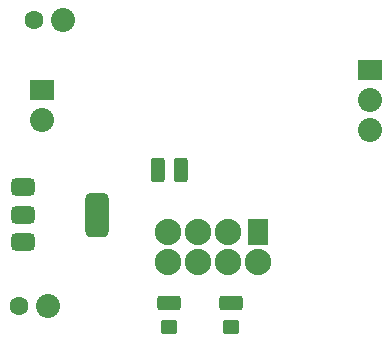
<source format=gbr>
%TF.GenerationSoftware,KiCad,Pcbnew,9.0.6-9.0.6~ubuntu24.04.1*%
%TF.CreationDate,2025-12-31T19:02:38+05:30*%
%TF.ProjectId,wled-esp01-controller,776c6564-2d65-4737-9030-312d636f6e74,rev?*%
%TF.SameCoordinates,PX5ee3fe0PY57f9f90*%
%TF.FileFunction,Soldermask,Bot*%
%TF.FilePolarity,Negative*%
%FSLAX46Y46*%
G04 Gerber Fmt 4.6, Leading zero omitted, Abs format (unit mm)*
G04 Created by KiCad (PCBNEW 9.0.6-9.0.6~ubuntu24.04.1) date 2025-12-31 19:02:38*
%MOMM*%
%LPD*%
G01*
G04 APERTURE LIST*
G04 Aperture macros list*
%AMRoundRect*
0 Rectangle with rounded corners*
0 $1 Rounding radius*
0 $2 $3 $4 $5 $6 $7 $8 $9 X,Y pos of 4 corners*
0 Add a 4 corners polygon primitive as box body*
4,1,4,$2,$3,$4,$5,$6,$7,$8,$9,$2,$3,0*
0 Add four circle primitives for the rounded corners*
1,1,$1+$1,$2,$3*
1,1,$1+$1,$4,$5*
1,1,$1+$1,$6,$7*
1,1,$1+$1,$8,$9*
0 Add four rect primitives between the rounded corners*
20,1,$1+$1,$2,$3,$4,$5,0*
20,1,$1+$1,$4,$5,$6,$7,0*
20,1,$1+$1,$6,$7,$8,$9,0*
20,1,$1+$1,$8,$9,$2,$3,0*%
G04 Aperture macros list end*
%ADD10RoundRect,0.250000X0.450000X-0.350000X0.450000X0.350000X-0.450000X0.350000X-0.450000X-0.350000X0*%
%ADD11RoundRect,0.250000X0.770000X-0.350000X0.770000X0.350000X-0.770000X0.350000X-0.770000X-0.350000X0*%
%ADD12R,2.040000X1.700000*%
%ADD13C,2.040000*%
%ADD14C,1.600000*%
%ADD15RoundRect,0.375000X-0.625000X-0.375000X0.625000X-0.375000X0.625000X0.375000X-0.625000X0.375000X0*%
%ADD16RoundRect,0.500000X-0.500000X-1.400000X0.500000X-1.400000X0.500000X1.400000X-0.500000X1.400000X0*%
%ADD17RoundRect,0.102000X0.754000X1.020000X-0.754000X1.020000X-0.754000X-1.020000X0.754000X-1.020000X0*%
%ADD18C,2.244000*%
%ADD19RoundRect,0.250000X0.350000X0.770000X-0.350000X0.770000X-0.350000X-0.770000X0.350000X-0.770000X0*%
G04 APERTURE END LIST*
D10*
%TO.C,R2*%
X22750000Y2500000D03*
D11*
X22750000Y4500000D03*
%TD*%
D10*
%TO.C,R1*%
X17500000Y2500000D03*
D11*
X17500000Y4500000D03*
%TD*%
D12*
%TO.C,J2*%
X34500000Y24250000D03*
D13*
X34500000Y21710000D03*
X34500000Y19170000D03*
%TD*%
%TO.C,C1*%
X8500000Y28500000D03*
D14*
X6000000Y28500000D03*
%TD*%
D15*
%TO.C,U1*%
X5100000Y9700000D03*
X5100000Y12000000D03*
D16*
X11400000Y12000000D03*
D15*
X5100000Y14300000D03*
%TD*%
D17*
%TO.C,U2*%
X25005000Y10540000D03*
D18*
X22465000Y10540000D03*
X19925000Y10540000D03*
X17385000Y10540000D03*
X17385000Y8000000D03*
X19925000Y8000000D03*
X22465000Y8000000D03*
X25005000Y8000000D03*
%TD*%
D19*
%TO.C,R3*%
X18500000Y15750000D03*
X16500000Y15750000D03*
%TD*%
D12*
%TO.C,J1*%
X6750000Y22540000D03*
D13*
X6750000Y20000000D03*
%TD*%
%TO.C,C2*%
X7250000Y4250000D03*
D14*
X4750000Y4250000D03*
%TD*%
M02*

</source>
